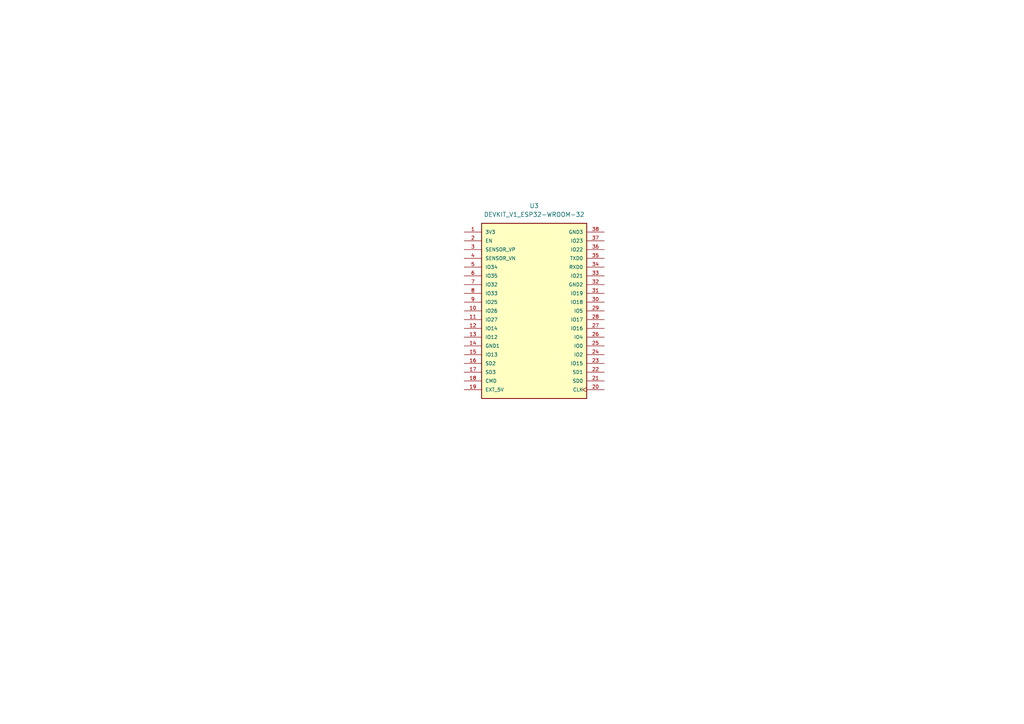
<source format=kicad_sch>
(kicad_sch (version 20250114) (generator "eeschema") (generator_version "9.0")
  (paper "A4")
  (lib_symbols
    (symbol "DEVKIT_V1_ESP32-WROOM-32:DEVKIT_V1_ESP32-WROOM-32" (pin_names (offset 1.016))
      (property "Reference" "U" (at -15.2572 26.0643 0))
      (property "Value" "DEVKIT_V1_ESP32-WROOM-32" (at -15.2563 -27.9698 0))
      (symbol "DEVKIT_V1_ESP32-WROOM-32_0_0"
        (rectangle (start -15.24 -25.4) (end 15.24 25.4) (stroke (width 0.254)) (fill (type background)))
        (pin power_in line (at -20.32 22.86 0) (length 5.08) (name "3V3") (number "1"))
        (pin input line (at -20.32 20.32 0) (length 5.08) (name "EN") (number "2"))
        (pin input line (at -20.32 17.78 0) (length 5.08) (name "SENSOR_VP") (number "3"))
        (pin input line (at -20.32 15.24 0) (length 5.08) (name "SENSOR_VN") (number "4"))
        (pin bidirectional line (at -20.32 12.7 0) (length 5.08) (name "IO34") (number "5"))
        (pin bidirectional line (at -20.32 10.16 0) (length 5.08) (name "IO35") (number "6"))
        (pin bidirectional line (at -20.32 7.62 0) (length 5.08) (name "IO32") (number "7"))
        (pin bidirectional line (at -20.32 5.08 0) (length 5.08) (name "IO33") (number "8"))
        (pin bidirectional line (at -20.32 2.54 0) (length 5.08) (name "IO25") (number "9"))
        (pin bidirectional line (at -20.32 0 0) (length 5.08) (name "IO26") (number "10"))
        (pin bidirectional line (at -20.32 -2.54 0) (length 5.08) (name "IO27") (number "11"))
        (pin bidirectional line (at -20.32 -5.08 0) (length 5.08) (name "IO14") (number "12"))
        (pin bidirectional line (at -20.32 -7.62 0) (length 5.08) (name "IO12") (number "13"))
        (pin power_in line (at -20.32 -10.16 0) (length 5.08) (name "GND1") (number "14"))
        (pin bidirectional line (at -20.32 -12.7 0) (length 5.08) (name "IO13") (number "15"))
        (pin bidirectional line (at -20.32 -15.24 0) (length 5.08) (name "SD2") (number "16"))
        (pin bidirectional line (at -20.32 -17.78 0) (length 5.08) (name "SD3") (number "17"))
        (pin bidirectional line (at -20.32 -20.32 0) (length 5.08) (name "CMD") (number "18"))
        (pin power_in line (at -20.32 -22.86 0) (length 5.08) (name "EXT_5V") (number "19"))
        (pin power_in line (at 20.32 22.86 180) (length 5.08) (name "GND3") (number "38"))
        (pin bidirectional line (at 20.32 20.32 180) (length 5.08) (name "IO23") (number "37"))
        (pin bidirectional line (at 20.32 17.78 180) (length 5.08) (name "IO22") (number "36"))
        (pin output line (at 20.32 15.24 180) (length 5.08) (name "TXD0") (number "35"))
        (pin input line (at 20.32 12.7 180) (length 5.08) (name "RXD0") (number "34"))
        (pin bidirectional line (at 20.32 10.16 180) (length 5.08) (name "IO21") (number "33"))
        (pin power_in line (at 20.32 7.62 180) (length 5.08) (name "GND2") (number "32"))
        (pin bidirectional line (at 20.32 5.08 180) (length 5.08) (name "IO19") (number "31"))
        (pin bidirectional line (at 20.32 2.54 180) (length 5.08) (name "IO18") (number "30"))
        (pin bidirectional line (at 20.32 0 180) (length 5.08) (name "IO5") (number "29"))
        (pin bidirectional line (at 20.32 -2.54 180) (length 5.08) (name "IO17") (number "28"))
        (pin bidirectional line (at 20.32 -5.08 180) (length 5.08) (name "IO16") (number "27"))
        (pin bidirectional line (at 20.32 -7.62 180) (length 5.08) (name "IO4") (number "26"))
        (pin bidirectional line (at 20.32 -10.16 180) (length 5.08) (name "IO0") (number "25"))
        (pin bidirectional line (at 20.32 -12.7 180) (length 5.08) (name "IO2") (number "24"))
        (pin bidirectional line (at 20.32 -15.24 180) (length 5.08) (name "IO15") (number "23"))
        (pin bidirectional line (at 20.32 -17.78 180) (length 5.08) (name "SD1") (number "22"))
        (pin bidirectional line (at 20.32 -20.32 180) (length 5.08) (name "SD0") (number "21"))
        (pin input clock (at 20.32 -22.86 180) (length 5.08) (name "CLK") (number "20"))
      )
    )
  )
  (symbol (lib_id "DEVKIT_V1_ESP32-WROOM-32:DEVKIT_V1_ESP32-WROOM-32") (at 154.94 90.17 0) (unit 1)
    (property "Reference" "U3" (at 154.94 59.69 0))
    (property "Value" "DEVKIT_V1_ESP32-WROOM-32" (at 154.94 62.23 0))
    (property "Footprint" "DEVKIT_V1_ESP32-WROOM-32 (2):MODULE_DEVKIT_V1_ESP32-WROOM-32" (effects (hide yes)))
    (property "MF" "Espressif Systems" (effects (hide yes)))
    (property "Description_1" "WROOM-32 Development Board ESP32 ESP-32S WiFi Bluetooth Dev Module" (effects (hide yes)))
    (property "Package" "Package" (effects (hide yes)))
    (property "Price" "None" (effects (hide yes)))
    (property "Check_prices" "https://www.snapeda.com/parts/DEVKIT%20V1%20ESP32-WROOM-32/Espressif+Systems/view-part/?ref=eda" (effects (hide yes)))
    (property "STANDARD" "Manufacturer Recommendations" (effects (hide yes)))
    (property "PARTREV" "N/A" (effects (hide yes)))
    (property "SnapEDA_Link" "https://www.snapeda.com/parts/DEVKIT%20V1%20ESP32-WROOM-32/Espressif+Systems/view-part/?ref=snap" (effects (hide yes)))
    (property "MP" "DEVKIT V1 ESP32-WROOM-32" (effects (hide yes)))
    (property "Availability" "Not in stock" (effects (hide yes)))
    (property "MANUFACTURER" "Espressif Systems" (effects (hide yes)))
  )
)
</source>
